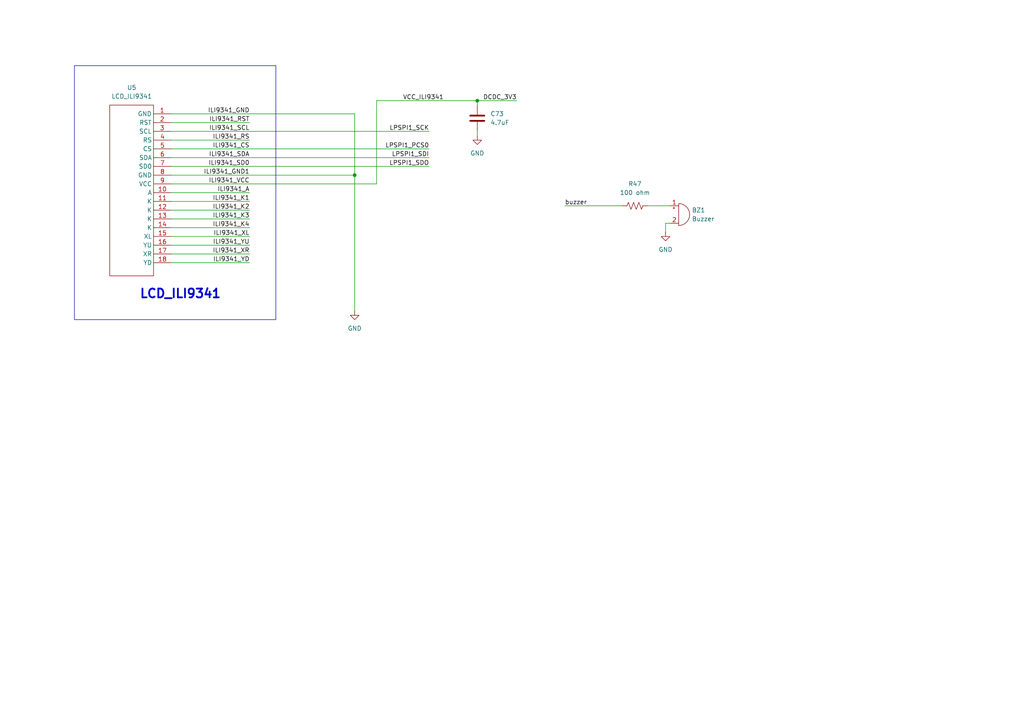
<source format=kicad_sch>
(kicad_sch (version 20231120) (generator "eeschema") (generator_version "8.0")
  (paper "A4")
  (lib_symbols
    (symbol "Device:Buzzer" (pin_names (offset 0.0254) hide)
      (property "Reference" "BZ" (at 3.81 1.27 0))
      (property "Value" "Buzzer" (at 3.81 -1.27 0))
      (symbol "Buzzer_0_1"
        (arc (start 0 -3.175) (mid 3.1612 0) (end 0 3.175))
        (polyline (pts (xy -1.651 1.905) (xy -1.143 1.905)))
        (polyline (pts (xy -1.397 2.159) (xy -1.397 1.651)))
        (polyline (pts (xy 0 3.175) (xy 0 -3.175)))
      )
      (symbol "Buzzer_1_1"
        (pin passive line (at -2.54 2.54 0) (length 2.54) (name "+") (number "1"))
        (pin passive line (at -2.54 -2.54 0) (length 2.54) (name "-") (number "2"))
      )
    )
    (symbol "Device:C" (pin_numbers hide) (pin_names (offset 0.254))
      (property "Reference" "C" (at 0.635 2.54 0))
      (property "Value" "C" (at 0.635 -2.54 0))
      (symbol "C_0_1"
        (polyline (pts (xy -2.032 -0.762) (xy 2.032 -0.762)) (stroke (width 0.508)))
        (polyline (pts (xy -2.032 0.762) (xy 2.032 0.762)) (stroke (width 0.508)))
      )
      (symbol "C_1_1"
        (pin passive line (at 0 3.81 270) (length 2.794) (name "~") (number "1"))
        (pin passive line (at 0 -3.81 90) (length 2.794) (name "~") (number "2"))
      )
    )
    (symbol "Device:R_US" (pin_numbers hide) (pin_names (offset 0))
      (property "Reference" "R" (at 2.54 0 90))
      (property "Value" "R_US" (at -2.54 0 90))
      (symbol "R_US_0_1"
        (polyline (pts (xy 0 -2.286) (xy 0 -2.54)))
        (polyline (pts (xy 0 2.286) (xy 0 2.54)))
        (polyline (pts (xy 0 -0.762) (xy 1.016 -1.143) (xy 0 -1.524) (xy -1.016 -1.905) (xy 0 -2.286)))
        (polyline (pts (xy 0 0.762) (xy 1.016 0.381) (xy 0 0) (xy -1.016 -0.381) (xy 0 -0.762)))
        (polyline (pts (xy 0 2.286) (xy 1.016 1.905) (xy 0 1.524) (xy -1.016 1.143) (xy 0 0.762)))
      )
      (symbol "R_US_1_1"
        (pin passive line (at 0 3.81 270) (length 1.27) (name "~") (number "1"))
        (pin passive line (at 0 -3.81 90) (length 1.27) (name "~") (number "2"))
      )
    )
    (symbol "power:GND" (power) (pin_numbers hide) (pin_names (offset 0) hide)
      (property "Value" "GND" (at 0 -3.81 0))
      (symbol "GND_0_1"
        (polyline (pts (xy 0 0) (xy 0 -1.27) (xy 1.27 -1.27) (xy 0 -2.54) (xy -1.27 -1.27) (xy 0 -1.27)))
      )
      (symbol "GND_1_1"
        (pin power_in line (at 0 0 270) (length 0) (name "~") (number "1"))
      )
    )
    (symbol "qris_iot:LCD_ILI9341"
      (property "Reference" "U" (at -5.762 21.336 0))
      (property "Value" "LCD_ILI9341" (at -5.508 -18.542 90))
      (symbol "LCD_ILI9341_0_1"
        (rectangle (start -7.54 24.13) (end 5.16 -25.4))
      )
      (symbol "LCD_ILI9341_1_1"
        (pin input line (at 10.16 21.59 180) (length 5) (name "GND") (number "1"))
        (pin input line (at 10.24 -1.27 180) (length 5) (name "A") (number "10"))
        (pin input line (at 10.24 -3.81 180) (length 5) (name "K") (number "11"))
        (pin input line (at 10.24 -6.35 180) (length 5) (name "K") (number "12"))
        (pin input line (at 10.24 -8.89 180) (length 5) (name "K") (number "13"))
        (pin input line (at 10.24 -11.43 180) (length 5) (name "K") (number "14"))
        (pin input line (at 10.24 -13.97 180) (length 5) (name "XL") (number "15"))
        (pin input line (at 10.24 -16.51 180) (length 5) (name "YU") (number "16"))
        (pin input line (at 10.24 -19.05 180) (length 5) (name "XR") (number "17"))
        (pin input line (at 10.24 -21.59 180) (length 5) (name "YD") (number "18"))
        (pin input line (at 10.16 19.05 180) (length 5) (name "RST") (number "2"))
        (pin input line (at 10.16 16.51 180) (length 5) (name "SCL") (number "3"))
        (pin input line (at 10.24 13.97 180) (length 5) (name "RS") (number "4"))
        (pin input line (at 10.24 11.43 180) (length 5) (name "CS") (number "5"))
        (pin input line (at 10.24 8.89 180) (length 5) (name "SDA") (number "6"))
        (pin input line (at 10.24 6.35 180) (length 5) (name "SD0") (number "7"))
        (pin input line (at 10.24 3.81 180) (length 5) (name "GND") (number "8"))
        (pin input line (at 10.24 1.27 180) (length 5) (name "VCC") (number "9"))
      )
    )
  )
  (junction (at 102.87 50.8))
  (junction (at 138.43 29.21))
  (wire (pts (xy 49.53 35.56) (xy 72.39 35.56)))
  (wire (pts (xy 187.96 59.69) (xy 194.31 59.69)))
  (wire (pts (xy 194.31 64.77) (xy 193.04 64.77)))
  (wire (pts (xy 49.53 38.1) (xy 124.46 38.1)))
  (wire (pts (xy 49.61 50.8) (xy 102.87 50.8)))
  (wire (pts (xy 49.61 71.12) (xy 72.39 71.12)))
  (wire (pts (xy 49.61 45.72) (xy 124.46 45.72)))
  (wire (pts (xy 49.61 63.5) (xy 72.39 63.5)))
  (wire (pts (xy 102.87 50.8) (xy 102.87 33.02)))
  (wire (pts (xy 49.53 33.02) (xy 102.87 33.02)))
  (wire (pts (xy 49.61 53.34) (xy 109.22 53.34)))
  (wire (pts (xy 49.61 66.04) (xy 72.39 66.04)))
  (wire (pts (xy 49.61 55.88) (xy 72.39 55.88)))
  (wire (pts (xy 49.61 48.26) (xy 124.46 48.26)))
  (wire (pts (xy 138.43 29.21) (xy 138.43 30.48)))
  (wire (pts (xy 138.43 38.1) (xy 138.43 39.37)))
  (wire (pts (xy 138.43 29.21) (xy 149.86 29.21)))
  (wire (pts (xy 49.61 60.96) (xy 72.39 60.96)))
  (wire (pts (xy 193.04 64.77) (xy 193.04 67.31)))
  (wire (pts (xy 102.87 90.17) (xy 102.87 50.8)))
  (wire (pts (xy 49.61 73.66) (xy 72.39 73.66)))
  (wire (pts (xy 180.34 59.69) (xy 163.83 59.69)))
  (wire (pts (xy 109.22 29.21) (xy 138.43 29.21)))
  (wire (pts (xy 49.61 40.64) (xy 72.39 40.64)))
  (wire (pts (xy 49.61 43.18) (xy 124.46 43.18)))
  (wire (pts (xy 49.61 68.58) (xy 72.39 68.58)))
  (wire (pts (xy 109.22 53.34) (xy 109.22 29.21)))
  (wire (pts (xy 49.61 76.2) (xy 72.39 76.2)))
  (wire (pts (xy 49.61 58.42) (xy 72.39 58.42)))
  (rectangle (start 21.59 19.05) (end 80.01 92.71))
  (text "LCD_ILI9341" (at 52.324 85.344 0) (effects (font (size 2.54 2.54) (thickness 0.508) (bold yes))))
  (label "ILI9341_RS" (at 72.39 40.64 180))
  (label "LPSPI1_PCS0" (at 124.46 43.18 180))
  (label "buzzer" (at 163.83 59.69 0))
  (label "ILI9341_K3" (at 72.39 63.5 180))
  (label "ILI9341_SD0" (at 72.39 48.26 180))
  (label "LPSPI1_SDO" (at 124.46 48.26 180))
  (label "ILI9341_CS" (at 72.39 43.18 180))
  (label "ILI9341_XR" (at 72.39 73.66 180))
  (label "LPSPI1_SDI" (at 124.46 45.72 180))
  (label "ILI9341_XL" (at 72.39 68.58 180))
  (label "ILI9341_GND1" (at 72.39 50.8 180))
  (label "ILI9341_A" (at 72.39 55.88 180))
  (label "ILI9341_K2" (at 72.39 60.96 180))
  (label "ILI9341_GND" (at 72.39 33.02 180))
  (label "ILI9341_RST" (at 72.39 35.56 180))
  (label "ILI9341_K1" (at 72.39 58.42 180))
  (label "ILI9341_VCC" (at 72.39 53.34 180))
  (label "ILI9341_YD" (at 72.39 76.2 180))
  (label "DCDC_3V3" (at 149.86 29.21 180))
  (label "ILI9341_YU" (at 72.39 71.12 180))
  (label "LPSPI1_SCK" (at 124.46 38.1 180))
  (label "ILI9341_SCL" (at 72.39 38.1 180))
  (label "VCC_ILI9341" (at 116.84 29.21 0))
  (label "ILI9341_SDA" (at 72.39 45.72 180))
  (label "ILI9341_K4" (at 72.39 66.04 180))
  (symbol (lib_id "Device:Buzzer") (at 196.85 62.23 0) (unit 1)
    (property "Reference" "BZ1" (at 200.66 60.9599 0) (effects (justify left)))
    (property "Value" "Buzzer" (at 200.66 63.4999 0) (effects (justify left)))
    (property "Description" "Buzzer, polarized" (effects (hide yes)))
  )
  (symbol (lib_id "Device:C") (at 138.43 34.29 0) (unit 1)
    (property "Reference" "C73" (at 142.24 33.0199 0) (effects (justify left)))
    (property "Value" "4.7uF" (at 142.24 35.5599 0) (effects (justify left)))
    (property "Description" "Unpolarized capacitor" (effects (hide yes)))
  )
  (symbol (lib_id "power:GND") (at 193.04 67.31 0) (unit 1)
    (property "Reference" "#PWR056" (effects (hide yes)))
    (property "Value" "GND" (at 193.04 72.39 0))
    (property "Description" "Power symbol creates a global label with name \"GND\" , ground" (effects (hide yes)))
  )
  (symbol (lib_id "power:GND") (at 138.43 39.37 0) (unit 1)
    (property "Reference" "#PWR088" (effects (hide yes)))
    (property "Value" "GND" (at 138.43 44.45 0))
    (property "Description" "Power symbol creates a global label with name \"GND\" , ground" (effects (hide yes)))
  )
  (symbol (lib_id "Device:R_US") (at 184.15 59.69 90) (unit 1)
    (property "Reference" "R47" (at 184.15 53.34 90))
    (property "Value" "100 ohm" (at 184.15 55.88 90))
    (property "Description" "Resistor, US symbol" (effects (hide yes)))
  )
  (symbol (lib_id "qris_iot:LCD_ILI9341") (at 39.37 54.61 0) (unit 1)
    (property "Reference" "U5" (at 38.22 25.4 0))
    (property "Value" "LCD_ILI9341" (at 38.22 27.94 0))
    (property "Description" "Dari kingway" (effects (hide yes)))
  )
  (symbol (lib_id "power:GND") (at 102.87 90.17 0) (unit 1)
    (property "Reference" "#PWR030" (effects (hide yes)))
    (property "Value" "GND" (at 102.87 95.25 0))
    (property "Description" "Power symbol creates a global label with name \"GND\" , ground" (effects (hide yes)))
  )
)
</source>
